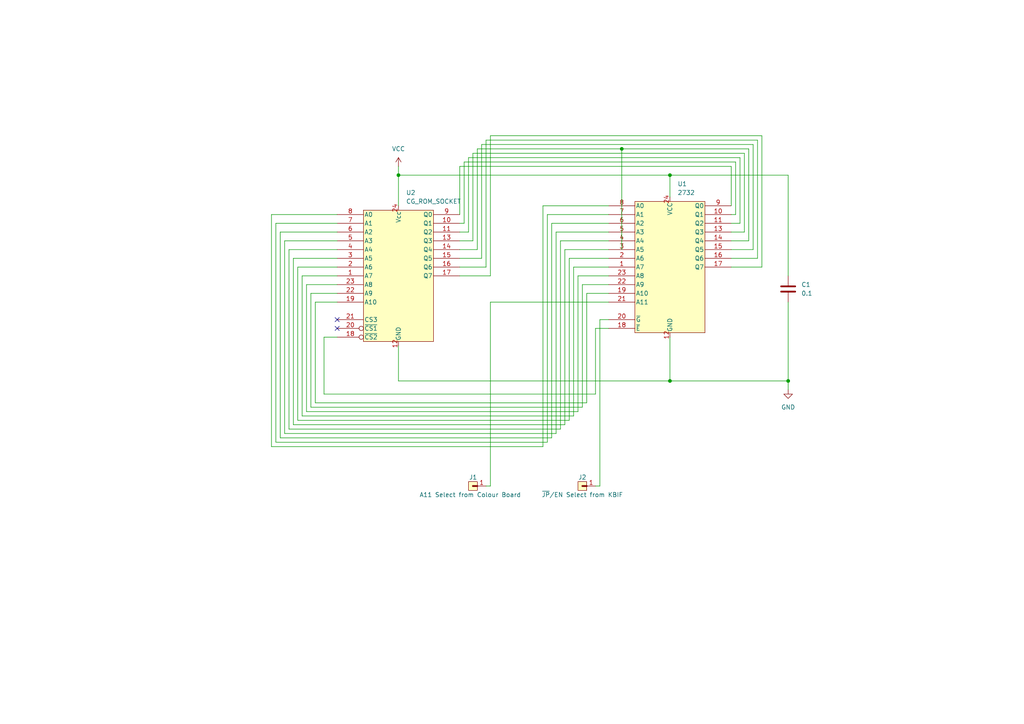
<source format=kicad_sch>
(kicad_sch (version 20231120) (generator "eeschema") (generator_version "8.0")
  (paper "A4")
  (lib_symbols
    (symbol "Device:C" (pin_numbers hide) (pin_names (offset 0.254))
      (property "Reference" "C" (at 0.635 2.54 0))
      (property "Value" "C" (at 0.635 -2.54 0))
      (symbol "C_0_1"
        (polyline (pts (xy -2.032 -0.762) (xy 2.032 -0.762)) (stroke (width 0.508)))
        (polyline (pts (xy -2.032 0.762) (xy 2.032 0.762)) (stroke (width 0.508)))
      )
      (symbol "C_1_1"
        (pin passive line (at 0 3.81 270) (length 2.794) (name "~") (number "1"))
        (pin passive line (at 0 -3.81 90) (length 2.794) (name "~") (number "2"))
      )
    )
    (symbol "Kao_Library:PET_CGROM_6316" (pin_names (offset 0.254))
      (property "Reference" "J1" (at 0 22.8895 0))
      (property "Value" "TO_PET_CGROM" (at 0 20.1144 0))
      (symbol "PET_CGROM_6316_0_0"
        (pin power_out line (at 0 -20.32 90) (length 1.27) (name "GND") (number "12"))
        (pin power_out line (at 0 20.32 270) (length 1.27) (name "Vcc") (number "24"))
      )
      (symbol "PET_CGROM_6316_0_1"
        (rectangle (start -10.16 19.05) (end 10.16 -19.05) (fill (type background)))
      )
      (symbol "PET_CGROM_6316_1_1"
        (pin output line (at -17.78 0 0) (length 7.62) (name "A7") (number "1"))
        (pin input line (at 17.78 15.24 180) (length 7.62) (name "Q1") (number "10"))
        (pin input line (at 17.78 12.7 180) (length 7.62) (name "Q2") (number "11"))
        (pin input line (at 17.78 10.16 180) (length 7.62) (name "Q3") (number "13"))
        (pin input line (at 17.78 7.62 180) (length 7.62) (name "Q4") (number "14"))
        (pin input line (at 17.78 5.08 180) (length 7.62) (name "Q5") (number "15"))
        (pin input line (at 17.78 2.54 180) (length 7.62) (name "Q6") (number "16"))
        (pin input line (at 17.78 0 180) (length 7.62) (name "Q7") (number "17"))
        (pin output inverted (at -17.78 -17.78 0) (length 7.62) (name "~{CS2}") (number "18"))
        (pin output line (at -17.78 -7.62 0) (length 7.62) (name "A10") (number "19"))
        (pin output line (at -17.78 2.54 0) (length 7.62) (name "A6") (number "2"))
        (pin output inverted (at -17.78 -15.24 0) (length 7.62) (name "~{CS1}") (number "20"))
        (pin output line (at -17.78 -12.7 0) (length 7.62) (name "CS3") (number "21"))
        (pin output line (at -17.78 -5.08 0) (length 7.62) (name "A9") (number "22"))
        (pin output line (at -17.78 -2.54 0) (length 7.62) (name "A8") (number "23"))
        (pin output line (at -17.78 5.08 0) (length 7.62) (name "A5") (number "3"))
        (pin output line (at -17.78 7.62 0) (length 7.62) (name "A4") (number "4"))
        (pin output line (at -17.78 10.16 0) (length 7.62) (name "A3") (number "5"))
        (pin output line (at -17.78 12.7 0) (length 7.62) (name "A2") (number "6"))
        (pin output line (at -17.78 15.24 0) (length 7.62) (name "A1") (number "7"))
        (pin output line (at -17.78 17.78 0) (length 7.62) (name "A0") (number "8"))
        (pin input line (at 17.78 17.78 180) (length 7.62) (name "Q0") (number "9"))
      )
    )
    (symbol "OLDmemory:2732" (pin_names (offset 0.254))
      (property "Reference" "U" (at 3.81 -3.81 0))
      (property "Value" "2732" (at 3.81 -8.89 0))
      (symbol "2732_0_0"
        (pin power_in line (at 0 -20.32 90) (length 1.27) (name "GND") (number "12"))
        (pin power_in line (at 0 20.32 270) (length 1.27) (name "VCC") (number "24"))
      )
      (symbol "2732_1_1"
        (rectangle (start -10.16 19.05) (end 10.16 -19.05) (fill (type background)))
        (pin input line (at -17.78 0 0) (length 7.62) (name "A7") (number "1"))
        (pin tri_state line (at 17.78 15.24 180) (length 7.62) (name "Q1") (number "10"))
        (pin tri_state line (at 17.78 12.7 180) (length 7.62) (name "Q2") (number "11"))
        (pin tri_state line (at 17.78 10.16 180) (length 7.62) (name "Q3") (number "13"))
        (pin tri_state line (at 17.78 7.62 180) (length 7.62) (name "Q4") (number "14"))
        (pin tri_state line (at 17.78 5.08 180) (length 7.62) (name "Q5") (number "15"))
        (pin tri_state line (at 17.78 2.54 180) (length 7.62) (name "Q6") (number "16"))
        (pin tri_state line (at 17.78 0 180) (length 7.62) (name "Q7") (number "17"))
        (pin input line (at -17.78 -17.78 0) (length 7.62) (name "~{E}") (number "18"))
        (pin input line (at -17.78 -7.62 0) (length 7.62) (name "A10") (number "19"))
        (pin input line (at -17.78 2.54 0) (length 7.62) (name "A6") (number "2"))
        (pin input line (at -17.78 -15.24 0) (length 7.62) (name "~{G}") (number "20"))
        (pin input line (at -17.78 -10.16 0) (length 7.62) (name "A11") (number "21"))
        (pin input line (at -17.78 -5.08 0) (length 7.62) (name "A9") (number "22"))
        (pin input line (at -17.78 -2.54 0) (length 7.62) (name "A8") (number "23"))
        (pin input line (at -17.78 5.08 0) (length 7.62) (name "A5") (number "3"))
        (pin input line (at -17.78 7.62 0) (length 7.62) (name "A4") (number "4"))
        (pin input line (at -17.78 10.16 0) (length 7.62) (name "A3") (number "5"))
        (pin input line (at -17.78 12.7 0) (length 7.62) (name "A2") (number "6"))
        (pin input line (at -17.78 15.24 0) (length 7.62) (name "A1") (number "7"))
        (pin input line (at -17.78 17.78 0) (length 7.62) (name "A0") (number "8"))
        (pin tri_state line (at 17.78 17.78 180) (length 7.62) (name "Q0") (number "9"))
      )
    )
    (symbol "PCM_SL_Pin_Headers:PINHD_1x1_Male"
      (property "Reference" "J" (at 0 6.35 0))
      (property "Value" "PINHD_1x1_Male" (at 0 3.81 0))
      (symbol "PINHD_1x1_Male_0_1"
        (rectangle (start -1.27 1.27) (end 1.27 -1.27) (fill (type background)))
        (polyline (pts (xy -1.27 0) (xy 0 0)) (stroke (width 0.3)))
        (polyline (pts (xy -1.27 0) (xy 0 0)) (stroke (width 0.5)))
      )
      (symbol "PINHD_1x1_Male_1_1"
        (pin passive line (at -3.81 0 0) (length 2.54) (name "") (number "1"))
      )
    )
    (symbol "power:GND" (power) (pin_names (offset 0))
      (property "Value" "GND" (at 0 -3.81 0))
      (symbol "GND_0_1"
        (polyline (pts (xy 0 0) (xy 0 -1.27) (xy 1.27 -1.27) (xy 0 -2.54) (xy -1.27 -1.27) (xy 0 -1.27)))
      )
      (symbol "GND_1_1"
        (pin power_in line (at 0 0 270) (length 0) hide (name "GND") (number "1"))
      )
    )
    (symbol "power:VCC" (power) (pin_names (offset 0))
      (property "Value" "VCC" (at 0 3.81 0))
      (symbol "VCC_0_1"
        (polyline (pts (xy -0.762 1.27) (xy 0 2.54)))
        (polyline (pts (xy 0 0) (xy 0 2.54)))
        (polyline (pts (xy 0 2.54) (xy 0.762 1.27)))
      )
      (symbol "VCC_1_1"
        (pin power_in line (at 0 0 90) (length 0) hide (name "VCC") (number "1"))
      )
    )
  )
  (junction (at 194.31 110.49))
  (junction (at 194.31 50.8))
  (junction (at 115.57 50.8))
  (junction (at 180.34 43.18))
  (junction (at 228.6 110.49))
  (no_connect (at 97.79 92.71))
  (no_connect (at 97.79 95.25))
  (wire (pts (xy 212.09 62.23) (xy 213.36 62.23)))
  (wire (pts (xy 194.31 50.8) (xy 194.31 57.15)))
  (wire (pts (xy 138.43 43.18) (xy 138.43 72.39)))
  (wire (pts (xy 215.9 67.31) (xy 215.9 44.45)))
  (wire (pts (xy 176.53 85.09) (xy 170.18 85.09)))
  (wire (pts (xy 85.09 74.93) (xy 85.09 123.19)))
  (wire (pts (xy 139.7 74.93) (xy 133.35 74.93)))
  (wire (pts (xy 158.75 128.27) (xy 158.75 62.23)))
  (wire (pts (xy 170.18 85.09) (xy 170.18 116.84)))
  (wire (pts (xy 215.9 44.45) (xy 137.16 44.45)))
  (wire (pts (xy 166.37 120.65) (xy 166.37 77.47)))
  (wire (pts (xy 220.98 39.37) (xy 142.24 39.37)))
  (wire (pts (xy 161.29 125.73) (xy 161.29 67.31)))
  (wire (pts (xy 167.64 80.01) (xy 167.64 119.38)))
  (wire (pts (xy 218.44 72.39) (xy 218.44 41.91)))
  (wire (pts (xy 133.35 67.31) (xy 135.89 67.31)))
  (wire (pts (xy 137.16 69.85) (xy 133.35 69.85)))
  (wire (pts (xy 133.35 48.26) (xy 212.09 48.26)))
  (wire (pts (xy 88.9 82.55) (xy 97.79 82.55)))
  (wire (pts (xy 133.35 62.23) (xy 133.35 48.26)))
  (wire (pts (xy 167.64 119.38) (xy 88.9 119.38)))
  (wire (pts (xy 212.09 64.77) (xy 214.63 64.77)))
  (wire (pts (xy 134.62 64.77) (xy 134.62 46.99)))
  (wire (pts (xy 87.63 80.01) (xy 87.63 120.65)))
  (wire (pts (xy 162.56 124.46) (xy 83.82 124.46)))
  (wire (pts (xy 88.9 119.38) (xy 88.9 82.55)))
  (wire (pts (xy 173.99 92.71) (xy 173.99 140.97)))
  (wire (pts (xy 228.6 113.03) (xy 228.6 110.49)))
  (wire (pts (xy 142.24 80.01) (xy 133.35 80.01)))
  (wire (pts (xy 220.98 77.47) (xy 220.98 39.37)))
  (wire (pts (xy 115.57 48.26) (xy 115.57 50.8)))
  (wire (pts (xy 161.29 67.31) (xy 176.53 67.31)))
  (wire (pts (xy 157.48 129.54) (xy 78.74 129.54)))
  (wire (pts (xy 135.89 45.72) (xy 214.63 45.72)))
  (wire (pts (xy 97.79 80.01) (xy 87.63 80.01)))
  (wire (pts (xy 170.18 116.84) (xy 91.44 116.84)))
  (wire (pts (xy 91.44 87.63) (xy 97.79 87.63)))
  (wire (pts (xy 115.57 59.69) (xy 115.57 50.8)))
  (wire (pts (xy 97.79 64.77) (xy 80.01 64.77)))
  (wire (pts (xy 176.53 64.77) (xy 160.02 64.77)))
  (wire (pts (xy 217.17 43.18) (xy 217.17 69.85)))
  (wire (pts (xy 86.36 121.92) (xy 86.36 77.47)))
  (wire (pts (xy 219.71 40.64) (xy 219.71 74.93)))
  (wire (pts (xy 142.24 39.37) (xy 142.24 80.01)))
  (wire (pts (xy 81.28 127) (xy 81.28 67.31)))
  (wire (pts (xy 139.7 41.91) (xy 139.7 74.93)))
  (wire (pts (xy 214.63 45.72) (xy 214.63 64.77)))
  (wire (pts (xy 82.55 69.85) (xy 82.55 125.73)))
  (wire (pts (xy 91.44 116.84) (xy 91.44 87.63)))
  (wire (pts (xy 85.09 123.19) (xy 163.83 123.19)))
  (wire (pts (xy 160.02 64.77) (xy 160.02 127)))
  (wire (pts (xy 142.24 87.63) (xy 142.24 140.97)))
  (wire (pts (xy 133.35 64.77) (xy 134.62 64.77)))
  (wire (pts (xy 168.91 82.55) (xy 176.53 82.55)))
  (wire (pts (xy 228.6 87.63) (xy 228.6 110.49)))
  (wire (pts (xy 90.17 85.09) (xy 90.17 118.11)))
  (wire (pts (xy 168.91 118.11) (xy 168.91 82.55)))
  (wire (pts (xy 81.28 67.31) (xy 97.79 67.31)))
  (wire (pts (xy 162.56 69.85) (xy 162.56 124.46)))
  (wire (pts (xy 80.01 64.77) (xy 80.01 128.27)))
  (wire (pts (xy 176.53 80.01) (xy 167.64 80.01)))
  (wire (pts (xy 165.1 121.92) (xy 86.36 121.92)))
  (wire (pts (xy 219.71 74.93) (xy 212.09 74.93)))
  (wire (pts (xy 194.31 110.49) (xy 228.6 110.49)))
  (wire (pts (xy 133.35 77.47) (xy 140.97 77.47)))
  (wire (pts (xy 165.1 74.93) (xy 165.1 121.92)))
  (wire (pts (xy 93.98 97.79) (xy 93.98 114.3)))
  (wire (pts (xy 176.53 92.71) (xy 173.99 92.71)))
  (wire (pts (xy 135.89 67.31) (xy 135.89 45.72)))
  (wire (pts (xy 180.34 43.18) (xy 217.17 43.18)))
  (wire (pts (xy 97.79 97.79) (xy 93.98 97.79)))
  (wire (pts (xy 163.83 123.19) (xy 163.83 72.39)))
  (wire (pts (xy 172.72 114.3) (xy 172.72 95.25)))
  (wire (pts (xy 176.53 59.69) (xy 157.48 59.69)))
  (wire (pts (xy 115.57 50.8) (xy 194.31 50.8)))
  (wire (pts (xy 212.09 77.47) (xy 220.98 77.47)))
  (wire (pts (xy 78.74 62.23) (xy 97.79 62.23)))
  (wire (pts (xy 176.53 69.85) (xy 162.56 69.85)))
  (wire (pts (xy 83.82 124.46) (xy 83.82 72.39)))
  (wire (pts (xy 97.79 85.09) (xy 90.17 85.09)))
  (wire (pts (xy 134.62 46.99) (xy 213.36 46.99)))
  (wire (pts (xy 157.48 59.69) (xy 157.48 129.54)))
  (wire (pts (xy 140.97 77.47) (xy 140.97 40.64)))
  (wire (pts (xy 212.09 67.31) (xy 215.9 67.31)))
  (wire (pts (xy 97.79 74.93) (xy 85.09 74.93)))
  (wire (pts (xy 213.36 62.23) (xy 213.36 46.99)))
  (wire (pts (xy 194.31 97.79) (xy 194.31 110.49)))
  (wire (pts (xy 83.82 72.39) (xy 97.79 72.39)))
  (wire (pts (xy 194.31 50.8) (xy 228.6 50.8)))
  (wire (pts (xy 212.09 48.26) (xy 212.09 59.69)))
  (wire (pts (xy 138.43 43.18) (xy 180.34 43.18)))
  (wire (pts (xy 217.17 69.85) (xy 212.09 69.85)))
  (wire (pts (xy 87.63 120.65) (xy 166.37 120.65)))
  (wire (pts (xy 180.34 72.39) (xy 180.34 43.18)))
  (wire (pts (xy 80.01 128.27) (xy 158.75 128.27)))
  (wire (pts (xy 218.44 41.91) (xy 139.7 41.91)))
  (wire (pts (xy 228.6 80.01) (xy 228.6 50.8)))
  (wire (pts (xy 137.16 44.45) (xy 137.16 69.85)))
  (wire (pts (xy 78.74 129.54) (xy 78.74 62.23)))
  (wire (pts (xy 166.37 77.47) (xy 176.53 77.47)))
  (wire (pts (xy 142.24 87.63) (xy 176.53 87.63)))
  (wire (pts (xy 93.98 114.3) (xy 172.72 114.3)))
  (wire (pts (xy 172.72 95.25) (xy 176.53 95.25)))
  (wire (pts (xy 86.36 77.47) (xy 97.79 77.47)))
  (wire (pts (xy 163.83 72.39) (xy 176.53 72.39)))
  (wire (pts (xy 133.35 72.39) (xy 138.43 72.39)))
  (wire (pts (xy 90.17 118.11) (xy 168.91 118.11)))
  (wire (pts (xy 140.97 140.97) (xy 142.24 140.97)))
  (wire (pts (xy 160.02 127) (xy 81.28 127)))
  (wire (pts (xy 115.57 110.49) (xy 194.31 110.49)))
  (wire (pts (xy 176.53 74.93) (xy 165.1 74.93)))
  (wire (pts (xy 172.72 140.97) (xy 173.99 140.97)))
  (wire (pts (xy 97.79 69.85) (xy 82.55 69.85)))
  (wire (pts (xy 140.97 40.64) (xy 219.71 40.64)))
  (wire (pts (xy 82.55 125.73) (xy 161.29 125.73)))
  (wire (pts (xy 212.09 72.39) (xy 218.44 72.39)))
  (wire (pts (xy 158.75 62.23) (xy 176.53 62.23)))
  (wire (pts (xy 115.57 110.49) (xy 115.57 100.33)))
  (symbol (lib_id "Kao_Library:PET_CGROM_6316") (at 115.57 80.01 0) (unit 1)
    (property "Reference" "U2" (at 117.7641 55.88 0) (effects (justify left)))
    (property "Value" "CG_ROM_SOCKET" (at 117.7641 58.42 0) (effects (justify left)))
    (property "Footprint" "Package_DIP:DIP-24_W15.24mm_Socket_LongPads" (effects (hide yes)))
  )
  (symbol (lib_id "PCM_SL_Pin_Headers:PINHD_1x1_Male") (at 168.91 140.97 180) (unit 1)
    (property "Reference" "J2" (at 168.91 138.43 0))
    (property "Value" "~{JP}/EN Select from KBIF" (at 168.91 143.51 0))
    (property "Footprint" "Connector_PinHeader_2.54mm:PinHeader_1x01_P2.54mm_Vertical" (effects (hide yes)))
    (property "Description" "Pin Header male with pin space 2.54mm. Pin Count -1" (effects (hide yes)))
  )
  (symbol (lib_id "power:VCC") (at 115.57 48.26 0) (unit 1)
    (property "Reference" "#PWR01" (effects (hide yes)))
    (property "Value" "VCC" (at 115.57 43.18 0))
  )
  (symbol (lib_id "power:GND") (at 228.6 113.03 0) (unit 1)
    (property "Reference" "#PWR02" (effects (hide yes)))
    (property "Value" "GND" (at 228.6 118.11 0))
  )
  (symbol (lib_id "Device:C") (at 228.6 83.82 0) (unit 1)
    (property "Reference" "C1" (at 232.41 82.55 0) (effects (justify left)))
    (property "Value" "0.1" (at 232.41 85.09 0) (effects (justify left)))
    (property "Footprint" "Kao_Library:LargePad_R_Axial_DIN0204_L3.6mm_D1.6mm_P2.54mm_Vertical" (effects (hide yes)))
  )
  (symbol (lib_id "OLDmemory:2732") (at 194.31 77.47 0) (unit 1)
    (property "Reference" "U1" (at 196.5041 53.34 0) (effects (justify left)))
    (property "Value" "2732" (at 196.5041 55.88 0) (effects (justify left)))
    (property "Footprint" "Package_DIP:DIP-24_W15.24mm_Socket_LongPads" (effects (hide yes)))
    (property "Description" "REPROM 4 Ko" (effects (hide yes)))
  )
  (symbol (lib_id "PCM_SL_Pin_Headers:PINHD_1x1_Male") (at 137.16 140.97 0) (mirror y) (unit 1)
    (property "Reference" "J1" (at 138.43 138.43 0) (effects (justify left)))
    (property "Value" "A11 Select from Colour Board" (at 151.13 143.51 0) (effects (justify left)))
    (property "Footprint" "Connector_PinHeader_2.54mm:PinHeader_1x01_P2.54mm_Vertical" (effects (hide yes)))
    (property "Description" "Pin Header male with pin space 2.54mm. Pin Count -1" (effects (hide yes)))
  )
)
</source>
